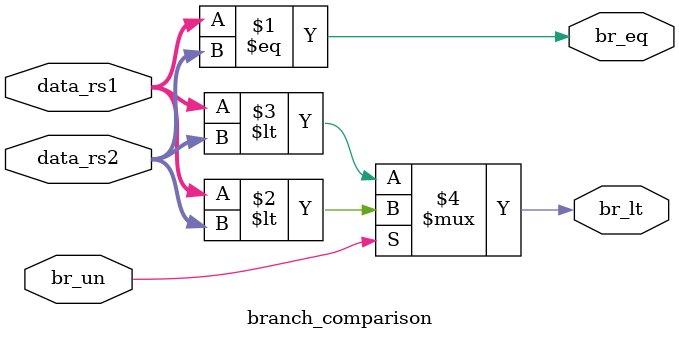
<source format=sv>
module branch_comparison (
    input [31:0] data_rs1,
    input [31:0] data_rs2,
    input        br_un,
    output       br_eq,
    output       br_lt
);

assign br_eq = ($signed(data_rs1) == $signed(data_rs2));
assign br_lt = br_un ? (data_rs1 < data_rs2) : ($signed(data_rs1) < $signed(data_rs2));

endmodule
</source>
